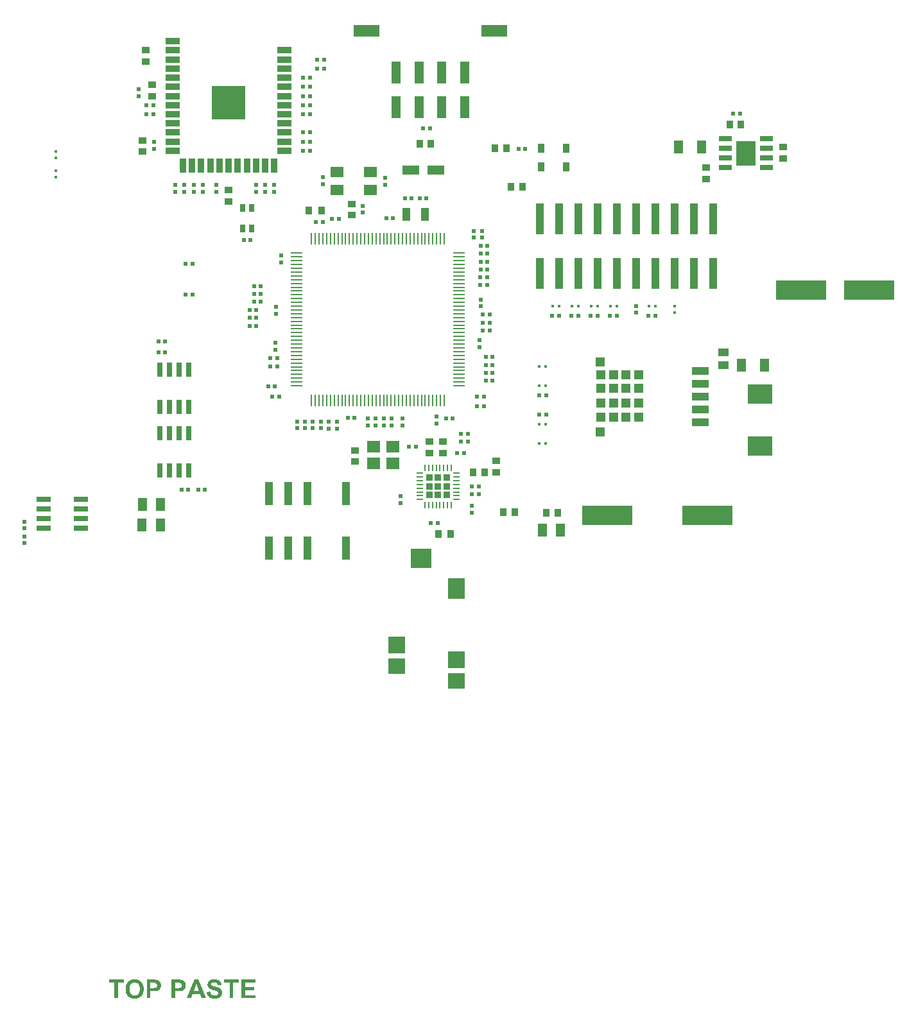
<source format=gtp>
G04*
G04 #@! TF.GenerationSoftware,Altium Limited,Altium Designer,21.4.1 (30)*
G04*
G04 Layer_Color=8421504*
%FSLAX25Y25*%
%MOIN*%
G70*
G04*
G04 #@! TF.SameCoordinates,04E9EE4E-D336-421F-817C-04C26E83230A*
G04*
G04*
G04 #@! TF.FilePolarity,Positive*
G04*
G01*
G75*
%ADD13R,0.05000X0.05000*%
%ADD14R,0.03500X0.03500*%
%ADD15R,0.02400X0.02400*%
%ADD16R,0.06142X0.01100*%
%ADD17R,0.01100X0.06142*%
%ADD18R,0.02756X0.07800*%
%ADD19R,0.02400X0.02400*%
%ADD20R,0.07087X0.05512*%
%ADD21R,0.06700X0.06000*%
%ADD22R,0.03937X0.07087*%
%ADD23R,0.03150X0.03937*%
%ADD24R,0.08500X0.04200*%
%ADD25R,0.04000X0.16400*%
%ADD26R,0.09843X0.12598*%
%ADD27R,0.07087X0.03000*%
%ADD28R,0.03600X0.04800*%
%ADD29R,0.01575X0.01181*%
%ADD30R,0.03937X0.12441*%
%ADD31R,0.04528X0.07087*%
%ADD32R,0.05500X0.04300*%
%ADD33R,0.03400X0.03900*%
%ADD34R,0.01102X0.03347*%
%ADD35R,0.03347X0.01102*%
%ADD36R,0.05000X0.11500*%
%ADD37R,0.13504X0.06496*%
%ADD38R,0.17323X0.17323*%
%ADD39R,0.03347X0.07500*%
%ADD40R,0.07500X0.03347*%
%ADD41R,0.09055X0.07874*%
%ADD42R,0.09055X0.08661*%
%ADD43R,0.09055X0.11024*%
%ADD44R,0.11024X0.10236*%
%ADD45R,0.09000X0.05000*%
%ADD46R,0.26000X0.10000*%
%ADD47R,0.04700X0.07100*%
%ADD48R,0.03900X0.03400*%
%ADD49R,0.07800X0.02756*%
%ADD50R,0.12992X0.09843*%
%ADD51R,0.01181X0.01575*%
G36*
X88550Y-202125D02*
X88705Y-202139D01*
X88888Y-202153D01*
X89070Y-202182D01*
X89281Y-202210D01*
X89731Y-202308D01*
X89956Y-202378D01*
X90181Y-202449D01*
X90406Y-202547D01*
X90617Y-202660D01*
X90814Y-202786D01*
X90997Y-202927D01*
X91011Y-202941D01*
X91039Y-202969D01*
X91081Y-203011D01*
X91137Y-203067D01*
X91208Y-203152D01*
X91292Y-203250D01*
X91376Y-203362D01*
X91475Y-203489D01*
X91559Y-203644D01*
X91644Y-203798D01*
X91728Y-203981D01*
X91798Y-204178D01*
X91868Y-204375D01*
X91925Y-204600D01*
X91967Y-204825D01*
X91981Y-205078D01*
X90013Y-205148D01*
Y-205134D01*
Y-205120D01*
X89984Y-205022D01*
X89956Y-204895D01*
X89900Y-204740D01*
X89830Y-204558D01*
X89731Y-204389D01*
X89605Y-204220D01*
X89464Y-204080D01*
X89450Y-204065D01*
X89394Y-204023D01*
X89295Y-203967D01*
X89155Y-203911D01*
X88986Y-203855D01*
X88775Y-203798D01*
X88522Y-203756D01*
X88227Y-203742D01*
X88086D01*
X87932Y-203756D01*
X87749Y-203784D01*
X87538Y-203826D01*
X87313Y-203897D01*
X87102Y-203981D01*
X86905Y-204108D01*
X86891Y-204122D01*
X86863Y-204150D01*
X86807Y-204192D01*
X86751Y-204262D01*
X86694Y-204347D01*
X86638Y-204459D01*
X86610Y-204572D01*
X86596Y-204712D01*
Y-204726D01*
Y-204768D01*
X86610Y-204839D01*
X86638Y-204909D01*
X86666Y-205008D01*
X86708Y-205106D01*
X86779Y-205204D01*
X86877Y-205303D01*
X86891Y-205317D01*
X86962Y-205359D01*
X87004Y-205387D01*
X87074Y-205415D01*
X87144Y-205457D01*
X87243Y-205500D01*
X87355Y-205542D01*
X87482Y-205598D01*
X87636Y-205654D01*
X87791Y-205711D01*
X87988Y-205767D01*
X88199Y-205823D01*
X88424Y-205879D01*
X88677Y-205950D01*
X88691D01*
X88747Y-205964D01*
X88817Y-205978D01*
X88916Y-206006D01*
X89028Y-206034D01*
X89169Y-206076D01*
X89324Y-206118D01*
X89478Y-206160D01*
X89816Y-206273D01*
X90167Y-206385D01*
X90505Y-206512D01*
X90645Y-206582D01*
X90786Y-206653D01*
X90800D01*
X90814Y-206667D01*
X90898Y-206723D01*
X91025Y-206807D01*
X91180Y-206920D01*
X91348Y-207060D01*
X91531Y-207229D01*
X91714Y-207426D01*
X91868Y-207651D01*
X91882Y-207679D01*
X91925Y-207763D01*
X91995Y-207890D01*
X92065Y-208073D01*
X92136Y-208298D01*
X92206Y-208565D01*
X92248Y-208860D01*
X92262Y-209197D01*
Y-209211D01*
Y-209240D01*
Y-209282D01*
Y-209338D01*
X92248Y-209408D01*
X92234Y-209507D01*
X92206Y-209704D01*
X92150Y-209957D01*
X92065Y-210224D01*
X91939Y-210491D01*
X91784Y-210772D01*
Y-210786D01*
X91756Y-210800D01*
X91700Y-210885D01*
X91587Y-211025D01*
X91447Y-211180D01*
X91264Y-211363D01*
X91025Y-211531D01*
X90772Y-211700D01*
X90462Y-211855D01*
X90448D01*
X90420Y-211869D01*
X90378Y-211883D01*
X90308Y-211911D01*
X90223Y-211939D01*
X90125Y-211967D01*
X90013Y-211995D01*
X89886Y-212023D01*
X89731Y-212066D01*
X89577Y-212094D01*
X89211Y-212150D01*
X88803Y-212192D01*
X88353Y-212206D01*
X88171D01*
X88044Y-212192D01*
X87889Y-212178D01*
X87721Y-212164D01*
X87524Y-212136D01*
X87313Y-212094D01*
X86849Y-211995D01*
X86610Y-211925D01*
X86385Y-211855D01*
X86146Y-211756D01*
X85921Y-211644D01*
X85710Y-211517D01*
X85513Y-211363D01*
X85499Y-211349D01*
X85471Y-211320D01*
X85415Y-211278D01*
X85359Y-211208D01*
X85274Y-211110D01*
X85190Y-210997D01*
X85092Y-210871D01*
X84993Y-210730D01*
X84895Y-210561D01*
X84796Y-210379D01*
X84698Y-210168D01*
X84599Y-209943D01*
X84529Y-209704D01*
X84445Y-209436D01*
X84389Y-209155D01*
X84346Y-208860D01*
X86259Y-208677D01*
Y-208691D01*
X86273Y-208719D01*
Y-208776D01*
X86287Y-208832D01*
X86343Y-209001D01*
X86413Y-209211D01*
X86497Y-209451D01*
X86624Y-209689D01*
X86765Y-209900D01*
X86947Y-210097D01*
X86976Y-210111D01*
X87046Y-210168D01*
X87158Y-210238D01*
X87327Y-210322D01*
X87538Y-210407D01*
X87777Y-210477D01*
X88058Y-210533D01*
X88381Y-210547D01*
X88536D01*
X88705Y-210519D01*
X88916Y-210491D01*
X89141Y-210449D01*
X89380Y-210379D01*
X89605Y-210280D01*
X89802Y-210154D01*
X89830Y-210139D01*
X89886Y-210083D01*
X89956Y-209999D01*
X90055Y-209886D01*
X90139Y-209746D01*
X90223Y-209577D01*
X90280Y-209408D01*
X90294Y-209211D01*
Y-209197D01*
Y-209155D01*
X90280Y-209085D01*
X90266Y-209001D01*
X90237Y-208916D01*
X90209Y-208818D01*
X90153Y-208719D01*
X90083Y-208621D01*
X90069Y-208607D01*
X90041Y-208579D01*
X89998Y-208537D01*
X89928Y-208480D01*
X89830Y-208410D01*
X89703Y-208340D01*
X89563Y-208270D01*
X89380Y-208199D01*
X89366D01*
X89310Y-208171D01*
X89211Y-208143D01*
X89141Y-208115D01*
X89056Y-208101D01*
X88958Y-208073D01*
X88845Y-208031D01*
X88719Y-208002D01*
X88578Y-207960D01*
X88410Y-207918D01*
X88227Y-207876D01*
X88030Y-207820D01*
X87805Y-207763D01*
X87791D01*
X87735Y-207749D01*
X87650Y-207721D01*
X87552Y-207693D01*
X87426Y-207651D01*
X87271Y-207609D01*
X87116Y-207552D01*
X86933Y-207496D01*
X86568Y-207356D01*
X86216Y-207187D01*
X86033Y-207102D01*
X85879Y-207004D01*
X85724Y-206906D01*
X85598Y-206807D01*
X85584Y-206793D01*
X85555Y-206765D01*
X85513Y-206723D01*
X85457Y-206667D01*
X85387Y-206582D01*
X85316Y-206484D01*
X85232Y-206385D01*
X85162Y-206259D01*
X84993Y-205964D01*
X84852Y-205626D01*
X84796Y-205443D01*
X84754Y-205261D01*
X84726Y-205050D01*
X84712Y-204839D01*
Y-204825D01*
Y-204811D01*
Y-204768D01*
Y-204712D01*
X84740Y-204572D01*
X84768Y-204389D01*
X84810Y-204178D01*
X84881Y-203939D01*
X84979Y-203686D01*
X85120Y-203447D01*
Y-203433D01*
X85134Y-203419D01*
X85204Y-203334D01*
X85288Y-203222D01*
X85429Y-203081D01*
X85598Y-202927D01*
X85809Y-202758D01*
X86048Y-202603D01*
X86329Y-202463D01*
X86343D01*
X86371Y-202449D01*
X86413Y-202435D01*
X86469Y-202407D01*
X86554Y-202378D01*
X86638Y-202350D01*
X86751Y-202322D01*
X86877Y-202280D01*
X87158Y-202224D01*
X87482Y-202167D01*
X87847Y-202125D01*
X88255Y-202111D01*
X88424D01*
X88550Y-202125D01*
D02*
G37*
G36*
X109458Y-203939D02*
X104213D01*
Y-206090D01*
X109092D01*
Y-207735D01*
X104213D01*
Y-210379D01*
X109640D01*
Y-212023D01*
X102245D01*
Y-202294D01*
X109458D01*
Y-203939D01*
D02*
G37*
G36*
X100965D02*
X98097D01*
Y-212023D01*
X96129D01*
Y-203939D01*
X93246D01*
Y-202294D01*
X100965D01*
Y-203939D01*
D02*
G37*
G36*
X83812Y-212023D02*
X81689D01*
X80845Y-209816D01*
X76937D01*
X76135Y-212023D01*
X74054D01*
X77823Y-202294D01*
X79903D01*
X83812Y-212023D01*
D02*
G37*
G36*
X69724Y-202308D02*
X70090D01*
X70483Y-202336D01*
X70877Y-202364D01*
X71046Y-202378D01*
X71214Y-202392D01*
X71355Y-202420D01*
X71467Y-202449D01*
X71481D01*
X71509Y-202463D01*
X71552Y-202477D01*
X71608Y-202491D01*
X71763Y-202561D01*
X71960Y-202645D01*
X72170Y-202772D01*
X72409Y-202941D01*
X72634Y-203152D01*
X72859Y-203405D01*
Y-203419D01*
X72887Y-203433D01*
X72916Y-203475D01*
X72944Y-203531D01*
X73000Y-203616D01*
X73042Y-203700D01*
X73098Y-203798D01*
X73155Y-203911D01*
X73253Y-204192D01*
X73351Y-204501D01*
X73408Y-204881D01*
X73436Y-205289D01*
Y-205303D01*
Y-205331D01*
Y-205373D01*
Y-205443D01*
X73422Y-205514D01*
Y-205612D01*
X73394Y-205809D01*
X73351Y-206048D01*
X73295Y-206315D01*
X73211Y-206568D01*
X73098Y-206807D01*
X73084Y-206835D01*
X73042Y-206906D01*
X72972Y-207018D01*
X72873Y-207159D01*
X72761Y-207299D01*
X72606Y-207468D01*
X72452Y-207623D01*
X72269Y-207763D01*
X72241Y-207777D01*
X72184Y-207820D01*
X72086Y-207876D01*
X71960Y-207946D01*
X71805Y-208031D01*
X71636Y-208101D01*
X71453Y-208171D01*
X71257Y-208227D01*
X71228D01*
X71186Y-208241D01*
X71130D01*
X71060Y-208255D01*
X70961Y-208270D01*
X70863Y-208283D01*
X70736D01*
X70610Y-208298D01*
X70455Y-208312D01*
X70286Y-208326D01*
X70104Y-208340D01*
X69907D01*
X69696Y-208354D01*
X67952D01*
Y-212023D01*
X65984D01*
Y-202294D01*
X69569D01*
X69724Y-202308D01*
D02*
G37*
G36*
X56873D02*
X57239D01*
X57632Y-202336D01*
X58026Y-202364D01*
X58195Y-202378D01*
X58363Y-202392D01*
X58504Y-202420D01*
X58617Y-202449D01*
X58631D01*
X58659Y-202463D01*
X58701Y-202477D01*
X58757Y-202491D01*
X58912Y-202561D01*
X59109Y-202645D01*
X59320Y-202772D01*
X59558Y-202941D01*
X59784Y-203152D01*
X60009Y-203405D01*
Y-203419D01*
X60037Y-203433D01*
X60065Y-203475D01*
X60093Y-203531D01*
X60149Y-203616D01*
X60191Y-203700D01*
X60247Y-203798D01*
X60304Y-203911D01*
X60402Y-204192D01*
X60501Y-204501D01*
X60557Y-204881D01*
X60585Y-205289D01*
Y-205303D01*
Y-205331D01*
Y-205373D01*
Y-205443D01*
X60571Y-205514D01*
Y-205612D01*
X60543Y-205809D01*
X60501Y-206048D01*
X60444Y-206315D01*
X60360Y-206568D01*
X60247Y-206807D01*
X60233Y-206835D01*
X60191Y-206906D01*
X60121Y-207018D01*
X60022Y-207159D01*
X59910Y-207299D01*
X59755Y-207468D01*
X59601Y-207623D01*
X59418Y-207763D01*
X59390Y-207777D01*
X59334Y-207820D01*
X59235Y-207876D01*
X59109Y-207946D01*
X58954Y-208031D01*
X58785Y-208101D01*
X58602Y-208171D01*
X58406Y-208227D01*
X58377D01*
X58335Y-208241D01*
X58279D01*
X58209Y-208255D01*
X58110Y-208270D01*
X58012Y-208283D01*
X57885D01*
X57759Y-208298D01*
X57604Y-208312D01*
X57436Y-208326D01*
X57253Y-208340D01*
X57056D01*
X56845Y-208354D01*
X55102D01*
Y-212023D01*
X53133D01*
Y-202294D01*
X56718D01*
X56873Y-202308D01*
D02*
G37*
G36*
X41280Y-203939D02*
X38412D01*
Y-212023D01*
X36444D01*
Y-203939D01*
X33562D01*
Y-202294D01*
X41280D01*
Y-203939D01*
D02*
G37*
G36*
X47059Y-202125D02*
X47200D01*
X47383Y-202153D01*
X47594Y-202182D01*
X47833Y-202224D01*
X48086Y-202280D01*
X48353Y-202350D01*
X48634Y-202435D01*
X48915Y-202547D01*
X49210Y-202674D01*
X49492Y-202828D01*
X49773Y-203011D01*
X50040Y-203222D01*
X50293Y-203461D01*
X50307Y-203475D01*
X50349Y-203517D01*
X50419Y-203602D01*
X50490Y-203700D01*
X50588Y-203841D01*
X50701Y-204009D01*
X50813Y-204206D01*
X50940Y-204431D01*
X51066Y-204670D01*
X51179Y-204951D01*
X51291Y-205261D01*
X51390Y-205584D01*
X51474Y-205950D01*
X51530Y-206329D01*
X51573Y-206737D01*
X51587Y-207173D01*
Y-207201D01*
Y-207271D01*
X51573Y-207398D01*
Y-207566D01*
X51544Y-207763D01*
X51516Y-207988D01*
X51474Y-208255D01*
X51432Y-208523D01*
X51362Y-208818D01*
X51277Y-209127D01*
X51165Y-209436D01*
X51038Y-209746D01*
X50898Y-210041D01*
X50715Y-210336D01*
X50518Y-210617D01*
X50293Y-210885D01*
X50279Y-210899D01*
X50237Y-210941D01*
X50166Y-211011D01*
X50054Y-211095D01*
X49927Y-211194D01*
X49773Y-211306D01*
X49590Y-211419D01*
X49393Y-211545D01*
X49154Y-211672D01*
X48901Y-211785D01*
X48620Y-211897D01*
X48311Y-211995D01*
X47987Y-212080D01*
X47636Y-212150D01*
X47270Y-212192D01*
X46876Y-212206D01*
X46778D01*
X46665Y-212192D01*
X46525Y-212178D01*
X46342Y-212164D01*
X46131Y-212136D01*
X45892Y-212094D01*
X45639Y-212038D01*
X45358Y-211967D01*
X45091Y-211883D01*
X44796Y-211770D01*
X44514Y-211644D01*
X44219Y-211503D01*
X43952Y-211320D01*
X43685Y-211124D01*
X43432Y-210885D01*
X43418Y-210871D01*
X43376Y-210828D01*
X43319Y-210744D01*
X43235Y-210646D01*
X43137Y-210505D01*
X43024Y-210336D01*
X42911Y-210154D01*
X42799Y-209929D01*
X42673Y-209689D01*
X42560Y-209408D01*
X42448Y-209113D01*
X42349Y-208790D01*
X42265Y-208438D01*
X42208Y-208059D01*
X42166Y-207651D01*
X42152Y-207229D01*
Y-207215D01*
Y-207159D01*
Y-207088D01*
X42166Y-206976D01*
Y-206849D01*
X42180Y-206709D01*
X42194Y-206540D01*
X42208Y-206357D01*
X42265Y-205964D01*
X42335Y-205542D01*
X42448Y-205120D01*
X42588Y-204726D01*
Y-204712D01*
X42602Y-204698D01*
X42630Y-204656D01*
X42644Y-204600D01*
X42729Y-204459D01*
X42827Y-204276D01*
X42954Y-204065D01*
X43108Y-203855D01*
X43291Y-203616D01*
X43488Y-203391D01*
X43502Y-203377D01*
X43516Y-203362D01*
X43586Y-203292D01*
X43713Y-203180D01*
X43868Y-203053D01*
X44050Y-202913D01*
X44261Y-202758D01*
X44500Y-202617D01*
X44753Y-202505D01*
X44767D01*
X44796Y-202491D01*
X44852Y-202463D01*
X44922Y-202449D01*
X45006Y-202407D01*
X45105Y-202378D01*
X45231Y-202350D01*
X45358Y-202308D01*
X45667Y-202238D01*
X46019Y-202167D01*
X46426Y-202125D01*
X46848Y-202111D01*
X46947D01*
X47059Y-202125D01*
D02*
G37*
%LPC*%
G36*
X78849Y-204558D02*
X77527Y-208171D01*
X80213D01*
X78849Y-204558D01*
D02*
G37*
G36*
X69415Y-203939D02*
X67952D01*
Y-206709D01*
X69302D01*
X69401Y-206695D01*
X69654D01*
X69907Y-206681D01*
X70160Y-206653D01*
X70385Y-206610D01*
X70483Y-206596D01*
X70568Y-206568D01*
X70582Y-206554D01*
X70638Y-206540D01*
X70708Y-206498D01*
X70793Y-206456D01*
X70891Y-206385D01*
X70989Y-206301D01*
X71102Y-206203D01*
X71186Y-206090D01*
X71200Y-206076D01*
X71228Y-206034D01*
X71257Y-205964D01*
X71299Y-205865D01*
X71341Y-205753D01*
X71383Y-205626D01*
X71397Y-205486D01*
X71411Y-205331D01*
Y-205303D01*
Y-205247D01*
X71397Y-205148D01*
X71369Y-205022D01*
X71327Y-204881D01*
X71271Y-204726D01*
X71200Y-204586D01*
X71088Y-204445D01*
X71074Y-204431D01*
X71031Y-204389D01*
X70961Y-204333D01*
X70877Y-204262D01*
X70764Y-204178D01*
X70624Y-204108D01*
X70469Y-204051D01*
X70300Y-204009D01*
X70286D01*
X70230Y-203995D01*
X70132Y-203981D01*
X69991Y-203967D01*
X69808D01*
X69682Y-203953D01*
X69555D01*
X69415Y-203939D01*
D02*
G37*
G36*
X56564D02*
X55102D01*
Y-206709D01*
X56451D01*
X56550Y-206695D01*
X56803D01*
X57056Y-206681D01*
X57309Y-206653D01*
X57534Y-206610D01*
X57632Y-206596D01*
X57717Y-206568D01*
X57731Y-206554D01*
X57787Y-206540D01*
X57857Y-206498D01*
X57942Y-206456D01*
X58040Y-206385D01*
X58139Y-206301D01*
X58251Y-206203D01*
X58335Y-206090D01*
X58349Y-206076D01*
X58377Y-206034D01*
X58406Y-205964D01*
X58448Y-205865D01*
X58490Y-205753D01*
X58532Y-205626D01*
X58546Y-205486D01*
X58560Y-205331D01*
Y-205303D01*
Y-205247D01*
X58546Y-205148D01*
X58518Y-205022D01*
X58476Y-204881D01*
X58420Y-204726D01*
X58349Y-204586D01*
X58237Y-204445D01*
X58223Y-204431D01*
X58181Y-204389D01*
X58110Y-204333D01*
X58026Y-204262D01*
X57914Y-204178D01*
X57773Y-204108D01*
X57618Y-204051D01*
X57450Y-204009D01*
X57436D01*
X57379Y-203995D01*
X57281Y-203981D01*
X57140Y-203967D01*
X56957D01*
X56831Y-203953D01*
X56704D01*
X56564Y-203939D01*
D02*
G37*
G36*
X46876Y-203784D02*
X46764D01*
X46680Y-203798D01*
X46567Y-203813D01*
X46455Y-203826D01*
X46173Y-203883D01*
X45864Y-203995D01*
X45695Y-204051D01*
X45527Y-204136D01*
X45372Y-204234D01*
X45203Y-204347D01*
X45049Y-204473D01*
X44908Y-204628D01*
X44894Y-204642D01*
X44880Y-204670D01*
X44838Y-204712D01*
X44796Y-204783D01*
X44739Y-204881D01*
X44683Y-204979D01*
X44613Y-205106D01*
X44543Y-205261D01*
X44472Y-205429D01*
X44402Y-205612D01*
X44346Y-205823D01*
X44289Y-206048D01*
X44247Y-206301D01*
X44205Y-206568D01*
X44191Y-206849D01*
X44177Y-207159D01*
Y-207173D01*
Y-207229D01*
Y-207313D01*
X44191Y-207426D01*
X44205Y-207566D01*
X44219Y-207735D01*
X44247Y-207904D01*
X44275Y-208101D01*
X44360Y-208508D01*
X44500Y-208916D01*
X44585Y-209127D01*
X44683Y-209324D01*
X44810Y-209507D01*
X44936Y-209676D01*
X44950Y-209689D01*
X44978Y-209718D01*
X45020Y-209760D01*
X45077Y-209802D01*
X45147Y-209872D01*
X45246Y-209943D01*
X45344Y-210027D01*
X45470Y-210097D01*
X45738Y-210266D01*
X46075Y-210392D01*
X46258Y-210449D01*
X46455Y-210491D01*
X46665Y-210519D01*
X46876Y-210533D01*
X46989D01*
X47073Y-210519D01*
X47172Y-210505D01*
X47284Y-210491D01*
X47551Y-210421D01*
X47861Y-210322D01*
X48015Y-210252D01*
X48184Y-210182D01*
X48339Y-210083D01*
X48507Y-209971D01*
X48662Y-209844D01*
X48803Y-209689D01*
X48817Y-209676D01*
X48831Y-209647D01*
X48873Y-209605D01*
X48915Y-209535D01*
X48985Y-209436D01*
X49042Y-209324D01*
X49112Y-209197D01*
X49182Y-209043D01*
X49253Y-208874D01*
X49323Y-208691D01*
X49393Y-208480D01*
X49449Y-208241D01*
X49492Y-208002D01*
X49534Y-207735D01*
X49548Y-207440D01*
X49562Y-207131D01*
Y-207117D01*
Y-207060D01*
Y-206976D01*
X49548Y-206849D01*
X49534Y-206709D01*
X49520Y-206554D01*
X49506Y-206371D01*
X49463Y-206189D01*
X49379Y-205781D01*
X49253Y-205359D01*
X49168Y-205148D01*
X49070Y-204965D01*
X48943Y-204783D01*
X48817Y-204614D01*
X48803Y-204600D01*
X48789Y-204572D01*
X48746Y-204544D01*
X48690Y-204487D01*
X48606Y-204417D01*
X48521Y-204347D01*
X48423Y-204276D01*
X48296Y-204192D01*
X48170Y-204122D01*
X48015Y-204051D01*
X47692Y-203911D01*
X47509Y-203855D01*
X47312Y-203826D01*
X47101Y-203798D01*
X46876Y-203784D01*
D02*
G37*
%LPD*%
D13*
X288994Y89794D02*
D03*
X295494D02*
D03*
X301994D02*
D03*
X308494D02*
D03*
Y97294D02*
D03*
X301994D02*
D03*
X295494D02*
D03*
X288994D02*
D03*
X308494Y104794D02*
D03*
X301994D02*
D03*
X295494D02*
D03*
X288994D02*
D03*
X308594Y111794D02*
D03*
X302094D02*
D03*
X295594D02*
D03*
X289094D02*
D03*
X288594Y118594D02*
D03*
X288538Y82192D02*
D03*
D14*
X199919Y49351D02*
D03*
Y53851D02*
D03*
Y58351D02*
D03*
X204419Y49351D02*
D03*
Y53851D02*
D03*
Y58351D02*
D03*
X208919Y49351D02*
D03*
Y53851D02*
D03*
Y58351D02*
D03*
D15*
X180311Y85479D02*
D03*
Y89045D02*
D03*
X185800Y85417D02*
D03*
Y88983D02*
D03*
X68009Y206816D02*
D03*
Y210381D02*
D03*
X119348D02*
D03*
Y206816D02*
D03*
X114608Y210381D02*
D03*
Y206816D02*
D03*
X176211Y89045D02*
D03*
Y85479D02*
D03*
X144495Y210956D02*
D03*
Y214522D02*
D03*
X176792Y214169D02*
D03*
Y210603D02*
D03*
X185045Y48748D02*
D03*
Y45182D02*
D03*
X203683Y90128D02*
D03*
Y86562D02*
D03*
X109867Y210381D02*
D03*
Y206816D02*
D03*
X48814Y260203D02*
D03*
Y256637D02*
D03*
X131208Y84001D02*
D03*
Y87567D02*
D03*
X135296Y83990D02*
D03*
Y87556D02*
D03*
X139385Y87544D02*
D03*
Y83978D02*
D03*
X143628Y83978D02*
D03*
Y87544D02*
D03*
X165356Y196039D02*
D03*
Y199604D02*
D03*
X226669Y150895D02*
D03*
Y147329D02*
D03*
X226057Y129661D02*
D03*
Y126096D02*
D03*
X119916Y128418D02*
D03*
Y124852D02*
D03*
X120272Y147125D02*
D03*
Y143560D02*
D03*
X123039Y173819D02*
D03*
Y170253D02*
D03*
X223069Y186634D02*
D03*
Y183069D02*
D03*
X77490Y210381D02*
D03*
Y206816D02*
D03*
X82230Y210381D02*
D03*
Y206816D02*
D03*
X172111Y89045D02*
D03*
Y85479D02*
D03*
X168011Y89045D02*
D03*
Y85479D02*
D03*
X151828Y83967D02*
D03*
Y87532D02*
D03*
X147728Y83967D02*
D03*
Y87532D02*
D03*
X227169Y183069D02*
D03*
Y186634D02*
D03*
X222096Y40214D02*
D03*
Y43780D02*
D03*
X89165Y210346D02*
D03*
Y206780D02*
D03*
X-10514Y32022D02*
D03*
Y35587D02*
D03*
X56953Y232740D02*
D03*
Y229174D02*
D03*
X-10491Y24356D02*
D03*
Y27922D02*
D03*
X307285Y144029D02*
D03*
Y147595D02*
D03*
X72749Y210381D02*
D03*
Y206816D02*
D03*
D16*
X131124Y175016D02*
D03*
Y173048D02*
D03*
Y171079D02*
D03*
Y169111D02*
D03*
Y167142D02*
D03*
Y165174D02*
D03*
Y163205D02*
D03*
Y161237D02*
D03*
Y159268D02*
D03*
Y157300D02*
D03*
Y155331D02*
D03*
Y153363D02*
D03*
Y151394D02*
D03*
Y149426D02*
D03*
Y147457D02*
D03*
Y145489D02*
D03*
Y143520D02*
D03*
Y141552D02*
D03*
Y139583D02*
D03*
Y137615D02*
D03*
Y135646D02*
D03*
Y133678D02*
D03*
Y131709D02*
D03*
Y129741D02*
D03*
Y127772D02*
D03*
Y125804D02*
D03*
Y123835D02*
D03*
Y121867D02*
D03*
Y119898D02*
D03*
Y117930D02*
D03*
Y115961D02*
D03*
Y113993D02*
D03*
Y112024D02*
D03*
Y110056D02*
D03*
Y108087D02*
D03*
Y106119D02*
D03*
X215219D02*
D03*
Y108087D02*
D03*
Y110056D02*
D03*
Y112024D02*
D03*
Y113993D02*
D03*
Y115961D02*
D03*
Y117930D02*
D03*
Y119898D02*
D03*
Y121867D02*
D03*
Y123835D02*
D03*
Y125804D02*
D03*
Y127772D02*
D03*
Y129741D02*
D03*
Y131709D02*
D03*
Y133678D02*
D03*
Y135646D02*
D03*
Y137615D02*
D03*
Y139583D02*
D03*
Y141552D02*
D03*
Y143520D02*
D03*
Y145489D02*
D03*
Y147457D02*
D03*
Y149426D02*
D03*
Y151394D02*
D03*
Y153363D02*
D03*
Y155331D02*
D03*
Y157300D02*
D03*
Y159268D02*
D03*
Y161237D02*
D03*
Y163205D02*
D03*
Y165174D02*
D03*
Y167142D02*
D03*
Y169111D02*
D03*
Y171079D02*
D03*
Y173048D02*
D03*
Y175016D02*
D03*
D17*
X207621Y182615D02*
D03*
X205652D02*
D03*
X203683D02*
D03*
X201715D02*
D03*
X199747D02*
D03*
X197778D02*
D03*
X195809D02*
D03*
X193841D02*
D03*
X191873D02*
D03*
X189904D02*
D03*
X187935D02*
D03*
X185967D02*
D03*
X183999D02*
D03*
X182030D02*
D03*
X180061D02*
D03*
X178093D02*
D03*
X176125D02*
D03*
X174156D02*
D03*
X172187D02*
D03*
X170219D02*
D03*
X168250D02*
D03*
X166282D02*
D03*
X164313D02*
D03*
X162345D02*
D03*
X160376D02*
D03*
X158408D02*
D03*
X156439D02*
D03*
X154471D02*
D03*
X152502D02*
D03*
X150534D02*
D03*
X148565D02*
D03*
X146597D02*
D03*
X144628D02*
D03*
X142660D02*
D03*
X140691D02*
D03*
X138723D02*
D03*
Y98520D02*
D03*
X140691D02*
D03*
X142660D02*
D03*
X144628D02*
D03*
X146597D02*
D03*
X148565D02*
D03*
X150534D02*
D03*
X152502D02*
D03*
X154471D02*
D03*
X156439D02*
D03*
X158408D02*
D03*
X160376D02*
D03*
X162345D02*
D03*
X164313D02*
D03*
X166282D02*
D03*
X168250D02*
D03*
X170219D02*
D03*
X172187D02*
D03*
X174156D02*
D03*
X176125D02*
D03*
X178093D02*
D03*
X180061D02*
D03*
X182030D02*
D03*
X183999D02*
D03*
X185967D02*
D03*
X187935D02*
D03*
X189904D02*
D03*
X191873D02*
D03*
X193841D02*
D03*
X195809D02*
D03*
X197778D02*
D03*
X199747D02*
D03*
X201715D02*
D03*
X203683D02*
D03*
X205652D02*
D03*
X207621D02*
D03*
D18*
X75000Y95000D02*
D03*
X70000D02*
D03*
X65000D02*
D03*
X60000D02*
D03*
Y114400D02*
D03*
X65000D02*
D03*
X70000D02*
D03*
X75000D02*
D03*
X59804Y81557D02*
D03*
X64804D02*
D03*
X69804D02*
D03*
X74804D02*
D03*
Y62157D02*
D03*
X69804D02*
D03*
X64804D02*
D03*
X59804D02*
D03*
D19*
X110102Y137229D02*
D03*
X106536D02*
D03*
X106558Y141358D02*
D03*
X110124D02*
D03*
X106517Y145633D02*
D03*
X110083D02*
D03*
X73419Y153361D02*
D03*
X76985D02*
D03*
X73420Y169362D02*
D03*
X76986D02*
D03*
X200749Y34968D02*
D03*
X204315D02*
D03*
X134436Y261377D02*
D03*
X138002D02*
D03*
X134436Y232936D02*
D03*
X138002D02*
D03*
X134436Y228196D02*
D03*
X138002D02*
D03*
X189289Y74478D02*
D03*
X192855D02*
D03*
X108869Y149723D02*
D03*
X112435D02*
D03*
X194882Y203393D02*
D03*
X198448D02*
D03*
X196562Y239820D02*
D03*
X200128D02*
D03*
X107076Y181932D02*
D03*
X103510D02*
D03*
X119692Y105894D02*
D03*
X116126D02*
D03*
X361131Y247623D02*
D03*
X357565D02*
D03*
X134436Y256637D02*
D03*
X138002D02*
D03*
X134436Y251897D02*
D03*
X138002D02*
D03*
X134436Y247157D02*
D03*
X138002D02*
D03*
X134436Y237677D02*
D03*
X138002D02*
D03*
X134436Y266118D02*
D03*
X138002D02*
D03*
X212101Y89206D02*
D03*
X208535D02*
D03*
X161085Y89561D02*
D03*
X157519D02*
D03*
X149442Y192850D02*
D03*
X153008D02*
D03*
X118314Y100590D02*
D03*
X121880D02*
D03*
X181080Y193163D02*
D03*
X177514D02*
D03*
X190782Y203370D02*
D03*
X187216D02*
D03*
X256962Y91077D02*
D03*
X260528D02*
D03*
X229966Y162500D02*
D03*
X226400D02*
D03*
X229966Y158400D02*
D03*
X226400D02*
D03*
X216304Y77132D02*
D03*
X219870D02*
D03*
X56657Y251897D02*
D03*
X53091D02*
D03*
X56657Y247157D02*
D03*
X53091D02*
D03*
X230035Y170608D02*
D03*
X226469D02*
D03*
X230035Y166508D02*
D03*
X226469D02*
D03*
X112424Y153835D02*
D03*
X108858D02*
D03*
X108869Y157923D02*
D03*
X112435D02*
D03*
X216316Y81232D02*
D03*
X219882D02*
D03*
X224777Y95480D02*
D03*
X228342D02*
D03*
X141657Y270858D02*
D03*
X145223D02*
D03*
X231272Y143008D02*
D03*
X227706D02*
D03*
X231260Y138919D02*
D03*
X227694D02*
D03*
X231248Y134831D02*
D03*
X227683D02*
D03*
X230047Y178797D02*
D03*
X226481D02*
D03*
X120826Y116260D02*
D03*
X117261D02*
D03*
X120826Y120360D02*
D03*
X117261D02*
D03*
X232780Y120988D02*
D03*
X229214D02*
D03*
X226469Y174708D02*
D03*
X230035D02*
D03*
X232780Y116888D02*
D03*
X229214D02*
D03*
X232780Y112788D02*
D03*
X229214D02*
D03*
X232780Y108688D02*
D03*
X229214D02*
D03*
X144469Y191101D02*
D03*
X140903D02*
D03*
X217997Y71028D02*
D03*
X214432D02*
D03*
X222070Y53971D02*
D03*
X225636D02*
D03*
X222059Y49883D02*
D03*
X225624D02*
D03*
X74724Y52091D02*
D03*
X71158D02*
D03*
X62783Y123500D02*
D03*
X59217D02*
D03*
X83390Y52114D02*
D03*
X79824D02*
D03*
X59217Y129000D02*
D03*
X62783D02*
D03*
X249785Y229120D02*
D03*
X246220D02*
D03*
X260528Y101077D02*
D03*
X256962D02*
D03*
X141657Y275598D02*
D03*
X145223D02*
D03*
X224639Y100504D02*
D03*
X228204D02*
D03*
X267285Y142595D02*
D03*
X263720D02*
D03*
X277285D02*
D03*
X273720D02*
D03*
X287285Y142581D02*
D03*
X283719D02*
D03*
X317285Y142595D02*
D03*
X313720D02*
D03*
X293722Y142581D02*
D03*
X297287D02*
D03*
D20*
X152100Y207740D02*
D03*
Y217188D02*
D03*
X169423Y207740D02*
D03*
Y217188D02*
D03*
D21*
X170948Y65840D02*
D03*
Y74502D02*
D03*
X180948Y65840D02*
D03*
Y74502D02*
D03*
D22*
X187935Y195115D02*
D03*
X197778D02*
D03*
D23*
X107653Y198427D02*
D03*
Y187797D02*
D03*
X102929Y198427D02*
D03*
Y187797D02*
D03*
D24*
X340595Y113779D02*
D03*
Y107086D02*
D03*
Y93700D02*
D03*
Y87007D02*
D03*
Y100393D02*
D03*
D25*
X257285Y164595D02*
D03*
X267285D02*
D03*
X277285D02*
D03*
X287285D02*
D03*
X297285D02*
D03*
X307285D02*
D03*
X317285D02*
D03*
X327285D02*
D03*
X337285D02*
D03*
X347285D02*
D03*
X257285Y192745D02*
D03*
X267285D02*
D03*
X277285D02*
D03*
X287285D02*
D03*
X297285D02*
D03*
X307285D02*
D03*
X317285D02*
D03*
X327285D02*
D03*
X337285D02*
D03*
X347285D02*
D03*
D26*
X364232Y226962D02*
D03*
D27*
X353602Y234462D02*
D03*
Y229463D02*
D03*
Y224463D02*
D03*
Y219462D02*
D03*
X374862Y234462D02*
D03*
Y229463D02*
D03*
Y224463D02*
D03*
Y219462D02*
D03*
D28*
X258037Y219874D02*
D03*
X270912D02*
D03*
X270850Y229364D02*
D03*
X257976D02*
D03*
D29*
X267285Y147595D02*
D03*
X263978D02*
D03*
X256962Y116286D02*
D03*
X260269D02*
D03*
X256962Y106077D02*
D03*
X260269D02*
D03*
X256962Y86077D02*
D03*
X260269D02*
D03*
X256949Y76286D02*
D03*
X260256D02*
D03*
X273978Y147595D02*
D03*
X277285D02*
D03*
X283978Y147581D02*
D03*
X287285D02*
D03*
X293980D02*
D03*
X297287D02*
D03*
X313978Y147595D02*
D03*
X317285D02*
D03*
D30*
X156473Y50205D02*
D03*
X136473Y21701D02*
D03*
X126473Y50205D02*
D03*
X136473D02*
D03*
X126473Y21701D02*
D03*
X116473D02*
D03*
X156473D02*
D03*
X116473Y50205D02*
D03*
D31*
X373886Y116897D02*
D03*
X362075D02*
D03*
X341258Y230059D02*
D03*
X329447D02*
D03*
D32*
X352487Y116897D02*
D03*
Y123397D02*
D03*
D33*
X248321Y209455D02*
D03*
X242425D02*
D03*
X204502Y29052D02*
D03*
X211002D02*
D03*
X233969Y229496D02*
D03*
X239865D02*
D03*
X200749Y231654D02*
D03*
X194853D02*
D03*
X222563Y61210D02*
D03*
X228459D02*
D03*
X361704Y241844D02*
D03*
X355808D02*
D03*
X137416Y197072D02*
D03*
X143916D02*
D03*
X266489Y40143D02*
D03*
X260593D02*
D03*
X244243Y40417D02*
D03*
X238347D02*
D03*
D34*
X197579Y44256D02*
D03*
X199548D02*
D03*
X201516D02*
D03*
X203485D02*
D03*
X205453D02*
D03*
X207422D02*
D03*
X209390D02*
D03*
X211359D02*
D03*
Y63547D02*
D03*
X209390D02*
D03*
X207422D02*
D03*
X205453D02*
D03*
X203485D02*
D03*
X201516D02*
D03*
X199548D02*
D03*
X197579D02*
D03*
D35*
X214115Y47012D02*
D03*
Y48980D02*
D03*
Y50949D02*
D03*
Y52917D02*
D03*
Y54886D02*
D03*
Y56854D02*
D03*
Y58823D02*
D03*
Y60791D02*
D03*
X194823D02*
D03*
Y58823D02*
D03*
Y56854D02*
D03*
Y54886D02*
D03*
Y52917D02*
D03*
Y50949D02*
D03*
Y48980D02*
D03*
Y47012D02*
D03*
D36*
X182754Y268975D02*
D03*
X194565D02*
D03*
X206376D02*
D03*
X218187D02*
D03*
X182754Y250747D02*
D03*
X194565D02*
D03*
X206376D02*
D03*
X218187D02*
D03*
D37*
X233522Y290511D02*
D03*
X167419D02*
D03*
D38*
X95466Y253169D02*
D03*
D39*
X95647Y220381D02*
D03*
X86167D02*
D03*
X71946D02*
D03*
X119348D02*
D03*
X109867D02*
D03*
X105127D02*
D03*
X76686D02*
D03*
X81427D02*
D03*
X90907D02*
D03*
X100387D02*
D03*
X114608D02*
D03*
D40*
X66657Y285078D02*
D03*
Y270858D02*
D03*
Y251897D02*
D03*
Y261377D02*
D03*
Y275598D02*
D03*
Y228196D02*
D03*
Y237677D02*
D03*
X124657Y275598D02*
D03*
Y270858D02*
D03*
Y261377D02*
D03*
Y251897D02*
D03*
Y237677D02*
D03*
Y228196D02*
D03*
X66657Y280338D02*
D03*
Y266118D02*
D03*
Y256637D02*
D03*
Y247157D02*
D03*
Y242417D02*
D03*
Y232936D02*
D03*
X124657Y280338D02*
D03*
Y266118D02*
D03*
Y256637D02*
D03*
Y247157D02*
D03*
Y242417D02*
D03*
Y232936D02*
D03*
D41*
X214027Y-47147D02*
D03*
X182925Y-39667D02*
D03*
D42*
X214027Y-36124D02*
D03*
X182925Y-28643D02*
D03*
D43*
X214027Y884D02*
D03*
D44*
X195523Y16632D02*
D03*
D45*
X203434Y217997D02*
D03*
X190442D02*
D03*
D46*
X344301Y38849D02*
D03*
X292333D02*
D03*
X428312Y155788D02*
D03*
X393075D02*
D03*
D47*
X268101Y31055D02*
D03*
X258684D02*
D03*
X50960Y44365D02*
D03*
X60377D02*
D03*
X50779Y33879D02*
D03*
X60197D02*
D03*
D48*
X50990Y233561D02*
D03*
Y227665D02*
D03*
X200078Y71204D02*
D03*
Y77100D02*
D03*
X161334Y66669D02*
D03*
Y72565D02*
D03*
X343728Y213566D02*
D03*
Y219462D02*
D03*
X95647Y201969D02*
D03*
Y207865D02*
D03*
X52751Y274442D02*
D03*
Y280338D02*
D03*
X56060Y262533D02*
D03*
Y256637D02*
D03*
X159669Y194687D02*
D03*
Y200583D02*
D03*
X383692Y224234D02*
D03*
Y230130D02*
D03*
X234459Y61210D02*
D03*
Y67106D02*
D03*
X207014Y77201D02*
D03*
Y71305D02*
D03*
D49*
X-514Y47022D02*
D03*
Y42022D02*
D03*
Y37022D02*
D03*
Y32022D02*
D03*
X18886D02*
D03*
Y37022D02*
D03*
Y42022D02*
D03*
Y47022D02*
D03*
D50*
X371705Y74717D02*
D03*
Y101882D02*
D03*
D51*
X6047Y214526D02*
D03*
Y217833D02*
D03*
Y227833D02*
D03*
Y224526D02*
D03*
X327285Y144288D02*
D03*
Y147595D02*
D03*
M02*

</source>
